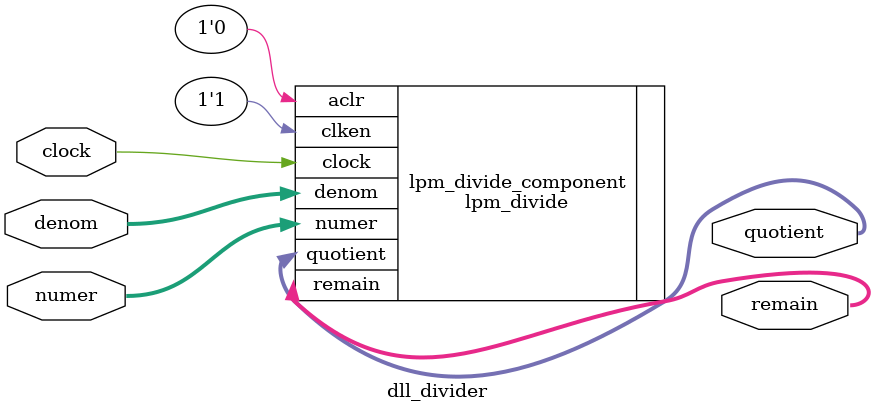
<source format=v>

`timescale 1 ps / 1 ps
// synopsys translate_on
module dll_divider (
    input                       clock,
    input [DEN_WIDTH-1:0]       denom,
    input [NUM_WIDTH-1:0]       numer,
    output wire [NUM_WIDTH-1:0] quotient,
    output wire [DEN_WIDTH-1:0] remain);

   parameter NUM_WIDTH = 9;
   parameter DEN_WIDTH = 9;

   lpm_divide lpm_divide_component (.denom (denom),
				    .clock (clock),
				    .numer (numer),
				    .quotient (quotient),
				    .remain (remain),
				    .aclr (1'b0),
				    .clken (1'b1));
   defparam lpm_divide_component.lpm_drepresentation = "UNSIGNED",
	    lpm_divide_component.lpm_hint = "MAXIMIZE_SPEED=6,LPM_REMAINDERPOSITIVE=TRUE",
	    lpm_divide_component.lpm_nrepresentation = "UNSIGNED",
	    lpm_divide_component.lpm_pipeline = 2,
	    lpm_divide_component.lpm_type = "LPM_DIVIDE",
	    lpm_divide_component.lpm_widthd = DEN_WIDTH,
	    lpm_divide_component.lpm_widthn = NUM_WIDTH;

endmodule // dll_divider

</source>
